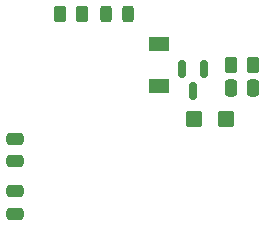
<source format=gbr>
%TF.GenerationSoftware,KiCad,Pcbnew,(6.0.7-1)-1*%
%TF.CreationDate,2023-01-22T12:43:28-05:00*%
%TF.ProjectId,atmega328,61746d65-6761-4333-9238-2e6b69636164,rev?*%
%TF.SameCoordinates,Original*%
%TF.FileFunction,Paste,Top*%
%TF.FilePolarity,Positive*%
%FSLAX46Y46*%
G04 Gerber Fmt 4.6, Leading zero omitted, Abs format (unit mm)*
G04 Created by KiCad (PCBNEW (6.0.7-1)-1) date 2023-01-22 12:43:28*
%MOMM*%
%LPD*%
G01*
G04 APERTURE LIST*
G04 Aperture macros list*
%AMRoundRect*
0 Rectangle with rounded corners*
0 $1 Rounding radius*
0 $2 $3 $4 $5 $6 $7 $8 $9 X,Y pos of 4 corners*
0 Add a 4 corners polygon primitive as box body*
4,1,4,$2,$3,$4,$5,$6,$7,$8,$9,$2,$3,0*
0 Add four circle primitives for the rounded corners*
1,1,$1+$1,$2,$3*
1,1,$1+$1,$4,$5*
1,1,$1+$1,$6,$7*
1,1,$1+$1,$8,$9*
0 Add four rect primitives between the rounded corners*
20,1,$1+$1,$2,$3,$4,$5,0*
20,1,$1+$1,$4,$5,$6,$7,0*
20,1,$1+$1,$6,$7,$8,$9,0*
20,1,$1+$1,$8,$9,$2,$3,0*%
G04 Aperture macros list end*
%ADD10RoundRect,0.250000X-0.250000X-0.475000X0.250000X-0.475000X0.250000X0.475000X-0.250000X0.475000X0*%
%ADD11RoundRect,0.250000X0.475000X-0.250000X0.475000X0.250000X-0.475000X0.250000X-0.475000X-0.250000X0*%
%ADD12RoundRect,0.243750X-0.243750X-0.456250X0.243750X-0.456250X0.243750X0.456250X-0.243750X0.456250X0*%
%ADD13RoundRect,0.250000X-0.262500X-0.450000X0.262500X-0.450000X0.262500X0.450000X-0.262500X0.450000X0*%
%ADD14RoundRect,0.250000X-0.450000X-0.425000X0.450000X-0.425000X0.450000X0.425000X-0.450000X0.425000X0*%
%ADD15RoundRect,0.150000X-0.150000X0.587500X-0.150000X-0.587500X0.150000X-0.587500X0.150000X0.587500X0*%
%ADD16R,1.700000X1.300000*%
%ADD17RoundRect,0.250000X-0.475000X0.250000X-0.475000X-0.250000X0.475000X-0.250000X0.475000X0.250000X0*%
G04 APERTURE END LIST*
D10*
%TO.C,C1*%
X155125200Y-96165600D03*
X157025200Y-96165600D03*
%TD*%
D11*
%TO.C,C3*%
X136900000Y-102400000D03*
X136900000Y-100500000D03*
%TD*%
D12*
%TO.C,D2*%
X144575000Y-89900000D03*
X146450000Y-89900000D03*
%TD*%
D13*
%TO.C,R1*%
X155162700Y-94215600D03*
X156987700Y-94215600D03*
%TD*%
D14*
%TO.C,C2*%
X152000000Y-98865000D03*
X154700000Y-98865000D03*
%TD*%
D13*
%TO.C,R3*%
X140700000Y-89900000D03*
X142525000Y-89900000D03*
%TD*%
D15*
%TO.C,Q1*%
X152900000Y-94612500D03*
X151000000Y-94612500D03*
X151950000Y-96487500D03*
%TD*%
D16*
%TO.C,D1*%
X149025200Y-96015600D03*
X149025200Y-92515600D03*
%TD*%
D17*
%TO.C,C4*%
X136850000Y-104950000D03*
X136850000Y-106850000D03*
%TD*%
M02*

</source>
